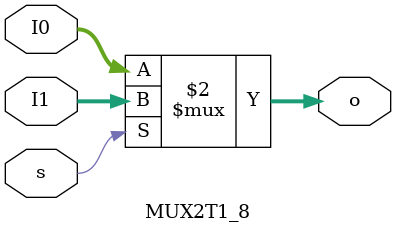
<source format=v>
`timescale 1ns / 1ps
module 	MUX2T1_8(input[7:0]I0,
						input[7:0]I1,
						input s,
						output[7:0]o
						 );

	assign o = (s == 1) ? I1 : I0;			////8Î»2Ñ¡Ò»,I0¡¢I1¶ÔÓ¦Ñ¡ÔñÍ¨µÀ0¡¢1

endmodule

</source>
